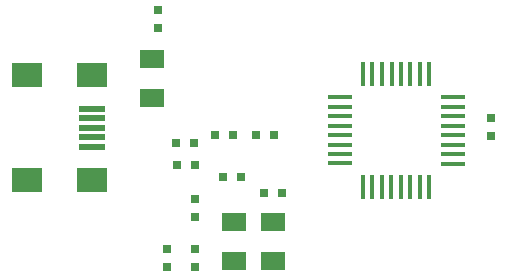
<source format=gtp>
G04 (created by PCBNEW-RS274X (2011-11-27 BZR 3249)-stable) date 9/09/2012 10:25:20 a.m.*
G01*
G70*
G90*
%MOIN*%
G04 Gerber Fmt 3.4, Leading zero omitted, Abs format*
%FSLAX34Y34*%
G04 APERTURE LIST*
%ADD10C,0.006000*%
%ADD11R,0.098400X0.078700*%
%ADD12R,0.090600X0.019700*%
%ADD13R,0.078700X0.017700*%
%ADD14R,0.017700X0.078700*%
%ADD15R,0.080000X0.060000*%
%ADD16R,0.031500X0.025000*%
%ADD17R,0.025000X0.031500*%
G04 APERTURE END LIST*
G54D10*
G54D11*
X30579Y-28027D03*
X30579Y-24543D03*
X32744Y-28047D03*
X32744Y-24543D03*
G54D12*
X32744Y-26295D03*
X32744Y-25980D03*
X32744Y-25665D03*
X32744Y-26610D03*
X32744Y-26925D03*
G54D13*
X44770Y-25284D03*
X44770Y-25599D03*
X44770Y-25914D03*
X44770Y-26229D03*
X44770Y-26544D03*
X44770Y-26859D03*
X44770Y-27174D03*
X44770Y-27489D03*
X41004Y-27487D03*
X41004Y-25277D03*
X41004Y-25597D03*
X41004Y-25917D03*
X41004Y-26227D03*
X41004Y-26547D03*
X41004Y-26857D03*
X41004Y-27177D03*
G54D14*
X43986Y-28277D03*
X43672Y-28277D03*
X43356Y-28277D03*
X43042Y-28277D03*
X42726Y-28277D03*
X42412Y-28277D03*
X42096Y-28277D03*
X41782Y-28277D03*
X43984Y-24497D03*
X43674Y-24497D03*
X43354Y-24497D03*
X43044Y-24497D03*
X42734Y-24497D03*
X42414Y-24497D03*
X42094Y-24497D03*
X41774Y-24497D03*
G54D15*
X34752Y-23991D03*
X34752Y-25291D03*
G54D16*
X46051Y-26555D03*
X46051Y-25955D03*
G54D17*
X36854Y-26531D03*
X37454Y-26531D03*
X38832Y-26531D03*
X38232Y-26531D03*
G54D16*
X35264Y-30926D03*
X35264Y-30326D03*
X36169Y-30926D03*
X36169Y-30326D03*
X34949Y-22973D03*
X34949Y-22373D03*
G54D17*
X37729Y-27948D03*
X37129Y-27948D03*
X39068Y-28460D03*
X38468Y-28460D03*
X35554Y-26806D03*
X36154Y-26806D03*
G54D16*
X36169Y-29272D03*
X36169Y-28672D03*
G54D17*
X36194Y-27554D03*
X35594Y-27554D03*
G54D15*
X37481Y-30729D03*
X37481Y-29429D03*
X38780Y-30729D03*
X38780Y-29429D03*
M02*

</source>
